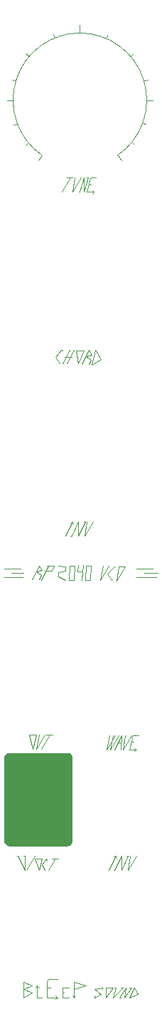
<source format=gto>
G04 #@! TF.GenerationSoftware,KiCad,Pcbnew,7.0.5.1-1-g8f565ef7f0-dirty-deb11*
G04 #@! TF.CreationDate,2023-06-10T10:54:19+00:00*
G04 #@! TF.ProjectId,RP2040-VCO,52503230-3430-42d5-9643-4f2e6b696361,rev?*
G04 #@! TF.SameCoordinates,Original*
G04 #@! TF.FileFunction,Legend,Top*
G04 #@! TF.FilePolarity,Positive*
%FSLAX46Y46*%
G04 Gerber Fmt 4.6, Leading zero omitted, Abs format (unit mm)*
G04 Created by KiCad (PCBNEW 7.0.5.1-1-g8f565ef7f0-dirty-deb11) date 2023-06-10 10:54:19*
%MOMM*%
%LPD*%
G01*
G04 APERTURE LIST*
%ADD10C,0.120000*%
%ADD11C,0.100000*%
%ADD12O,6.700000X4.200000*%
G04 APERTURE END LIST*
D10*
X50384999Y-143549999D02*
X49384999Y-143149999D01*
X55184999Y-144749999D02*
X55384999Y-144949999D01*
X59984999Y-143749999D02*
X59184999Y-143749999D01*
X62584999Y-143749999D02*
X62984999Y-144549999D01*
X61484999Y-93724999D02*
X60434999Y-95474999D01*
X57734999Y-49249999D02*
X57534999Y-49049999D01*
X59684999Y-115499999D02*
X60684999Y-113799999D01*
X56034999Y-49249999D02*
X55934999Y-49249999D01*
X53134999Y-68874999D02*
X53634999Y-69624999D01*
X50734999Y-128499999D02*
X51584999Y-128499999D01*
X58834999Y-93674999D02*
X58534999Y-95374999D01*
X57034999Y-47549999D02*
X56534999Y-49249999D01*
X53084999Y-128549999D02*
X52334999Y-129849999D01*
X55384999Y-144949999D02*
X55384999Y-144749999D01*
X56784999Y-143549999D02*
X55384999Y-143949999D01*
X51199999Y-113699999D02*
X50899999Y-115399999D01*
X62784999Y-115499999D02*
X62584999Y-115699999D01*
X58534999Y-95374999D02*
X59534999Y-93674999D01*
X60584998Y-44899998D02*
G75*
G03*
X51585000Y-44899998I-4499999J6572082D01*
G01*
X62184999Y-114599999D02*
X62484999Y-114599999D01*
X49484999Y-129849999D02*
X49484999Y-128149999D01*
X63884999Y-41199999D02*
X63574999Y-41089999D01*
X54884999Y-68049999D02*
X53984999Y-69649999D01*
X49999999Y-113699999D02*
X50899999Y-113699999D01*
X52734999Y-94224999D02*
X51934999Y-94224999D01*
X61034999Y-128149999D02*
X61034999Y-129849999D01*
X61584999Y-143749999D02*
X60784999Y-144949999D01*
X52584999Y-142749999D02*
X53384999Y-142749999D01*
X52084999Y-128499999D02*
X51584999Y-129149999D01*
X57734999Y-49249999D02*
X57534999Y-49449999D01*
X62184999Y-143749999D02*
X61984999Y-143749999D01*
X54334999Y-93724999D02*
X54334999Y-94224999D01*
X55334999Y-95324999D02*
X54734999Y-95324999D01*
X55834999Y-93574999D02*
X55784999Y-94374999D01*
X65184999Y-94999999D02*
X62784999Y-94999999D01*
X61384999Y-144949999D02*
X62184999Y-143749999D01*
X50984999Y-144949999D02*
X51584999Y-144949999D01*
X53034999Y-93624999D02*
X52734999Y-94224999D01*
X50499999Y-115399999D02*
X49999999Y-113699999D01*
X56784999Y-93624999D02*
X57384999Y-93624999D01*
X53534999Y-93624999D02*
X54334999Y-93724999D01*
X53984999Y-143749999D02*
X54784999Y-143749999D01*
X52784999Y-128499999D02*
X53484999Y-128499999D01*
X53534999Y-94424999D02*
X53534999Y-94924999D01*
X57634999Y-47549999D02*
G75*
G03*
X57234999Y-47949999I1J-400001D01*
G01*
X62584999Y-143749999D02*
X61984999Y-144949999D01*
X57134999Y-68049999D02*
X57484999Y-68599999D01*
X56534999Y-47549999D02*
X56534999Y-49249999D01*
X59884999Y-95374999D02*
X59984999Y-95224999D01*
X55784999Y-94374999D02*
X56384999Y-94374999D01*
X60184999Y-93724999D02*
X59384999Y-94624999D01*
X47084999Y-93999999D02*
X48984999Y-93999999D01*
X52334999Y-93624999D02*
X51484999Y-95324999D01*
X57484999Y-68599999D02*
X56834999Y-68749999D01*
X50984999Y-143549999D02*
X50984999Y-144949999D01*
X61184999Y-115499999D02*
X62184999Y-113799999D01*
X52099999Y-113699999D02*
X52799999Y-113699999D01*
X54534999Y-47549999D02*
X55234999Y-47549999D01*
X56934999Y-88449999D02*
X56634999Y-90149999D01*
X61784999Y-129849999D02*
X62784999Y-128149999D01*
X60184999Y-93724999D02*
X60284999Y-93824999D01*
X55084999Y-90149999D02*
X55884999Y-88449999D01*
X53884999Y-67999999D02*
X53984999Y-68099999D01*
X48184999Y-41299999D02*
X48624999Y-41139999D01*
X52184999Y-143149999D02*
X52184999Y-144949999D01*
X55184999Y-88449999D02*
X55284999Y-88649999D01*
X62474999Y-32799999D02*
X62124999Y-33119999D01*
X47884999Y-94499999D02*
X49384999Y-94499999D01*
X57034999Y-47549999D02*
X56934999Y-47549999D01*
X51584999Y-128499999D02*
X51184999Y-129849999D01*
X51884999Y-129849999D02*
X51984999Y-129749999D01*
X59984999Y-144949999D02*
X61184999Y-143749999D01*
X57484999Y-69749999D02*
X58584999Y-69149999D01*
X48684999Y-128149999D02*
X48584999Y-128149999D01*
X57784999Y-143949999D02*
X58584999Y-144549999D01*
X60434999Y-95474999D02*
X60684999Y-93724999D01*
X56684999Y-95324999D02*
X56784999Y-93624999D01*
X60784999Y-144949999D02*
X60984999Y-144949999D01*
X55084999Y-90149999D02*
X54984999Y-90149999D01*
D11*
X54599999Y-115899999D02*
X54665544Y-115902138D01*
X54792166Y-115936066D01*
X54905693Y-116001611D01*
X54998387Y-116094305D01*
X55063932Y-116207832D01*
X55097860Y-116334454D01*
X55099999Y-116399999D01*
X55100000Y-126400000D01*
X55097861Y-126465545D01*
X55063932Y-126592167D01*
X54998388Y-126705694D01*
X54905694Y-126798388D01*
X54792167Y-126863932D01*
X54665545Y-126897861D01*
X54600000Y-126900000D01*
X47599998Y-126900000D01*
X47534453Y-126897861D01*
X47407831Y-126863932D01*
X47294304Y-126798388D01*
X47201610Y-126705694D01*
X47136066Y-126592167D01*
X47102137Y-126465545D01*
X47099998Y-126400000D01*
X47099998Y-116399998D01*
X47102137Y-116334453D01*
X47136066Y-116207831D01*
X47201610Y-116094304D01*
X47294304Y-116001610D01*
X47407831Y-115936066D01*
X47534453Y-115902137D01*
X47599998Y-115899998D01*
X54599999Y-115899999D01*
G36*
X54599999Y-115899999D02*
G01*
X54665544Y-115902138D01*
X54792166Y-115936066D01*
X54905693Y-116001611D01*
X54998387Y-116094305D01*
X55063932Y-116207832D01*
X55097860Y-116334454D01*
X55099999Y-116399999D01*
X55100000Y-126400000D01*
X55097861Y-126465545D01*
X55063932Y-126592167D01*
X54998388Y-126705694D01*
X54905694Y-126798388D01*
X54792167Y-126863932D01*
X54665545Y-126897861D01*
X54600000Y-126900000D01*
X47599998Y-126900000D01*
X47534453Y-126897861D01*
X47407831Y-126863932D01*
X47294304Y-126798388D01*
X47201610Y-126705694D01*
X47136066Y-126592167D01*
X47102137Y-126465545D01*
X47099998Y-126400000D01*
X47099998Y-116399998D01*
X47102137Y-116334453D01*
X47136066Y-116207831D01*
X47201610Y-116094304D01*
X47294304Y-116001610D01*
X47407831Y-115936066D01*
X47534453Y-115902137D01*
X47599998Y-115899998D01*
X54599999Y-115899999D01*
G37*
D10*
X61184999Y-143749999D02*
X60984999Y-143749999D01*
X57384999Y-93624999D02*
X57284999Y-95324999D01*
X62684999Y-113799999D02*
X63084999Y-113799999D01*
X55384999Y-144949999D02*
X55584999Y-144749999D01*
X57284999Y-95324999D02*
X56684999Y-95324999D01*
X60334999Y-128149999D02*
X60134999Y-128249999D01*
X52084999Y-128499999D02*
X52184999Y-128649999D01*
X51584999Y-44899999D02*
X51124999Y-45489999D01*
X62514999Y-43539999D02*
X62274999Y-43339999D01*
X54384999Y-90149999D02*
X55184999Y-88449999D01*
X59534999Y-129849999D02*
X60334999Y-128149999D01*
X62784999Y-93999999D02*
X64784999Y-93999999D01*
X56534999Y-47549999D02*
X56034999Y-49249999D01*
X47374999Y-38399999D02*
X48146611Y-38399999D01*
X59384999Y-30599999D02*
X59224999Y-30979999D01*
X47984999Y-35899999D02*
X48444999Y-36039999D01*
X54334999Y-94224999D02*
X53534999Y-94424999D01*
X55634999Y-68099999D02*
X56534999Y-68099999D01*
X64184999Y-35899999D02*
X63724999Y-36039999D01*
X55884999Y-88449999D02*
X55884999Y-90149999D01*
X55484999Y-47549999D02*
X55184999Y-49249999D01*
X50984999Y-143549999D02*
X51184999Y-143749999D01*
X49384999Y-143149999D02*
X49384999Y-144949999D01*
X53534999Y-94924999D02*
X54334999Y-95324999D01*
X49384999Y-144949999D02*
X50384999Y-144349999D01*
X50899999Y-115399999D02*
X51899999Y-113699999D01*
X56534999Y-68099999D02*
X55884999Y-69649999D01*
X55184999Y-88449999D02*
X54984999Y-88549999D01*
X59384999Y-94624999D02*
X59884999Y-95374999D01*
X52584999Y-142749999D02*
G75*
G03*
X52184999Y-143149999I1J-400001D01*
G01*
X51584999Y-129149999D02*
X51884999Y-129849999D01*
X57634999Y-47549999D02*
X58034999Y-47549999D01*
X53984999Y-144949999D02*
X54784999Y-144949999D01*
X57234999Y-47949999D02*
X56934999Y-49249999D01*
X61034999Y-113799999D02*
X60934999Y-115499999D01*
X57784999Y-144949999D02*
X57784999Y-144749999D01*
X57134999Y-68049999D02*
X56284999Y-69699999D01*
X59284999Y-115499999D02*
X60284999Y-113799999D01*
X61034999Y-113799999D02*
X60234999Y-115499999D01*
X60384999Y-143749999D02*
X60184999Y-143749999D01*
X53984999Y-143749999D02*
X53984999Y-144949999D01*
X60934999Y-114699999D02*
X60634999Y-114699999D01*
X60334999Y-128149999D02*
X60434999Y-128349999D01*
X52184999Y-144949999D02*
X53384999Y-144949999D01*
X50684999Y-128149999D02*
X49734999Y-129849999D01*
X62084999Y-128149999D02*
X61784999Y-129849999D01*
X58584999Y-144549999D02*
X57784999Y-144949999D01*
X55884999Y-69649999D02*
X55634999Y-68099999D01*
X60684999Y-93724999D02*
X61484999Y-93724999D01*
X54834999Y-93624999D02*
X55434999Y-93624999D01*
X50984999Y-143549999D02*
X50784999Y-143749999D01*
X60234999Y-129849999D02*
X60134999Y-129849999D01*
X51534999Y-94174999D02*
X50884999Y-94324999D01*
X56834999Y-68749999D02*
X57384999Y-69199999D01*
X52134999Y-93624999D02*
X53034999Y-93624999D01*
X55384999Y-143149999D02*
X55384999Y-144949999D01*
X55184999Y-49249999D02*
X56184999Y-47549999D01*
X49284999Y-94999999D02*
X47084999Y-94999999D01*
X61034999Y-129849999D02*
X61834999Y-128149999D01*
X62284999Y-114199999D02*
X61984999Y-115499999D01*
X53984999Y-144349999D02*
X54184999Y-144349999D01*
X59184999Y-143749999D02*
X59184999Y-144949999D01*
X56384999Y-94374999D02*
X56334999Y-95324999D01*
X60584999Y-44899999D02*
X61034999Y-45509999D01*
X48684999Y-128149999D02*
X49484999Y-129849999D01*
X55384999Y-143149999D02*
X56784999Y-143549999D01*
X59984999Y-113799999D02*
X59684999Y-115499999D01*
X49584999Y-32799999D02*
X49994999Y-33149999D01*
X53884999Y-67999999D02*
X53134999Y-68874999D01*
X50899999Y-113699999D02*
X50499999Y-115399999D01*
X64029193Y-38399999D02*
X64800805Y-38399999D01*
X55434999Y-93624999D02*
X55334999Y-95324999D01*
X52884999Y-30499999D02*
X53074999Y-30949999D01*
X63784999Y-94499999D02*
X65384999Y-94499999D01*
X54934999Y-47549999D02*
X53934999Y-49249999D01*
X58784999Y-143749999D02*
X57784999Y-143949999D01*
X60234999Y-129849999D02*
X61034999Y-128149999D01*
X61834999Y-128149999D02*
X61734999Y-128149999D01*
X51184999Y-93624999D02*
X50334999Y-95274999D01*
X58784999Y-143749999D02*
X58784999Y-143949999D01*
X57884999Y-68049999D02*
X57484999Y-69749999D01*
X56084999Y-30361610D02*
X56084999Y-29399999D01*
X61984999Y-115499999D02*
X62684999Y-115499999D01*
X50884999Y-94324999D02*
X51434999Y-94774999D01*
X56934999Y-49249999D02*
X57634999Y-49249999D01*
X55884999Y-90149999D02*
X56684999Y-88449999D01*
X56634999Y-90149999D02*
X57634999Y-88449999D01*
X52499999Y-113699999D02*
X51499999Y-115399999D01*
X55384999Y-68049999D02*
X54484999Y-69649999D01*
X60384999Y-143749999D02*
X59984999Y-144949999D01*
X49584999Y-43699999D02*
X49934999Y-43409999D01*
X58584999Y-69149999D02*
X57884999Y-68049999D01*
X53384999Y-144949999D02*
X53184999Y-144749999D01*
X54734999Y-95324999D02*
X54834999Y-93624999D01*
X50384999Y-144349999D02*
X49384999Y-143949999D01*
X49484999Y-128149999D02*
X49384999Y-128149999D01*
X62784999Y-115499999D02*
X62584999Y-115299999D01*
X53384999Y-144949999D02*
X53184999Y-145149999D01*
X56684999Y-88449999D02*
X56584999Y-88449999D01*
X59584999Y-113799999D02*
X59284999Y-115499999D01*
X53634999Y-69624999D02*
X53734999Y-69524999D01*
X51184999Y-93624999D02*
X51534999Y-94174999D01*
X52184999Y-143749999D02*
X52584999Y-143749999D01*
X61984999Y-144949999D02*
X62984999Y-144549999D01*
X51184999Y-129849999D02*
X50734999Y-128499999D01*
X61584999Y-143749999D02*
X61384999Y-144949999D01*
X54284999Y-68849999D02*
X55084999Y-68849999D01*
X56384999Y-94374999D02*
X56434999Y-93574999D01*
X61484999Y-113799999D02*
X61184999Y-115499999D01*
X62684999Y-113799999D02*
G75*
G03*
X62284999Y-114199999I1J-400001D01*
G01*
X49384999Y-143949999D02*
X50384999Y-143549999D01*
X57384999Y-69199999D02*
X57184999Y-69699999D01*
X59184999Y-144949999D02*
X59984999Y-143749999D01*
X51434999Y-94774999D02*
X51234999Y-95274999D01*
X57134999Y-48349999D02*
X57434999Y-48349999D01*
%LPC*%
D12*
X51084999Y-25899999D03*
X61084999Y-148399999D03*
%LPD*%
M02*

</source>
